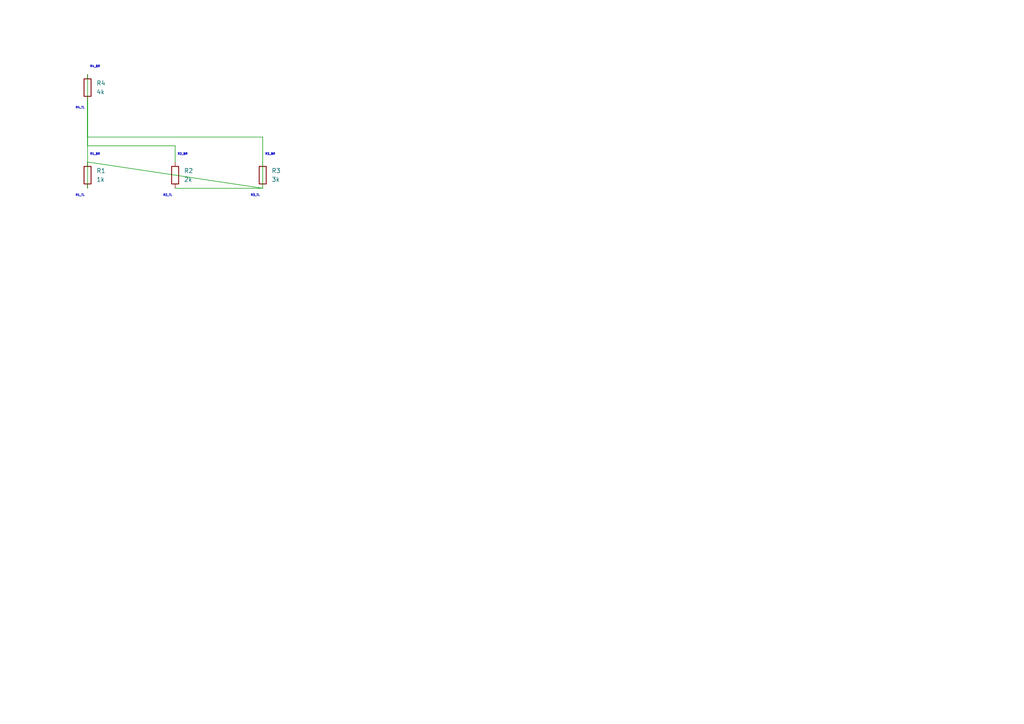
<source format=kicad_sch>
(kicad_sch (version 20250114) (generator "eeschema") (generator_version "9.0")
  (paper "A4")
  (title_block (title "Integrated Routing Test"))
  (lib_symbols
    (symbol "Device:R" (pin_numbers (hide yes)) (pin_names (offset 0))
      (property "Reference" "R" (at 2.032 0 90))
      (property "Value" "R" (at 0 0 90))
      (symbol "R_0_1"
        (rectangle (start -1.016 -2.54) (end 1.016 2.54) (stroke (width 0.254)))
      )
      (symbol "R_1_1"
        (pin passive line (at 0 3.81 270) (length 1.27) (name "~") (number "1"))
        (pin passive line (at 0 -3.81 90) (length 1.27) (name "~") (number "2"))
      )
    )
  )
  (symbol (lib_id "Device:R") (at 25.4 50.8 0) (unit 1)
    (property "Reference" "R1" (at 27.94 49.5299 0) (effects (justify left)))
    (property "Value" "1k" (at 27.94 52.0699 0) (effects (justify left)))
  )
  (symbol (lib_id "Device:R") (at 50.8 50.8 0) (unit 1)
    (property "Reference" "R2" (at 53.34 49.5299 0) (effects (justify left)))
    (property "Value" "2k" (at 53.34 52.0699 0) (effects (justify left)))
  )
  (symbol (lib_id "Device:R") (at 76.2 50.8 0) (unit 1)
    (property "Reference" "R3" (at 78.74 49.5299 0) (effects (justify left)))
    (property "Value" "3k" (at 78.74 52.0699 0) (effects (justify left)))
  )
  (symbol (lib_id "Device:R") (at 25.4 25.4 0) (unit 1)
    (property "Reference" "R4" (at 27.94 24.1299 0) (effects (justify left)))
    (property "Value" "4k" (at 27.94 26.6699 0) (effects (justify left)))
  )
  (wire (pts (xy 25.4 46.99) (xy 76.2 54.61)))
  (wire (pts (xy 25.4 54.61) (xy 25.4 29.21)))
  (wire (pts (xy 50.8 54.61) (xy 76.2 54.61)))
  (wire (pts (xy 76.2 54.61) (xy 76.2 46.99)))
  (wire (pts (xy 50.8 46.99) (xy 50.8 42.291)))
  (wire (pts (xy 50.8 42.291) (xy 25.4 42.291)))
  (wire (pts (xy 25.4 42.291) (xy 25.4 21.59)))
  (wire (pts (xy 76.2 46.99) (xy 76.2 39.751)))
  (wire (pts (xy 76.2 39.751) (xy 25.4 39.751)))
  (wire (pts (xy 25.4 39.751) (xy 25.4 29.21)))
  (text R1_TL (at 23.241 56.769 0.0000) (effects (font (size 0.6 0.6))))
  (text R1_BR (at 27.559 44.831 0.0000) (effects (font (size 0.6 0.6))))
  (text R2_TL (at 48.641 56.769 0.0000) (effects (font (size 0.6 0.6))))
  (text R2_BR (at 52.959 44.831 0.0000) (effects (font (size 0.6 0.6))))
  (text R3_TL (at 74.041 56.769 0.0000) (effects (font (size 0.6 0.6))))
  (text R3_BR (at 78.359 44.831 0.0000) (effects (font (size 0.6 0.6))))
  (text R4_TL (at 23.241 31.369 0.0000) (effects (font (size 0.6 0.6))))
  (text R4_BR (at 27.559 19.431 0.0000) (effects (font (size 0.6 0.6))))
)
</source>
